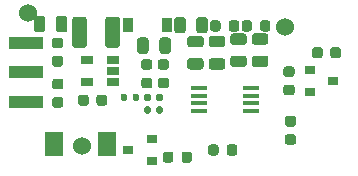
<source format=gbr>
%TF.GenerationSoftware,KiCad,Pcbnew,5.1.9+dfsg1-1*%
%TF.CreationDate,2022-09-15T10:32:19+03:00*%
%TF.ProjectId,SC-STM32L412K8,53432d53-544d-4333-924c-3431324b382e,rev?*%
%TF.SameCoordinates,Original*%
%TF.FileFunction,Soldermask,Bot*%
%TF.FilePolarity,Negative*%
%FSLAX46Y46*%
G04 Gerber Fmt 4.6, Leading zero omitted, Abs format (unit mm)*
G04 Created by KiCad (PCBNEW 5.1.9+dfsg1-1) date 2022-09-15 10:32:19*
%MOMM*%
%LPD*%
G01*
G04 APERTURE LIST*
%ADD10R,1.524000X2.000000*%
%ADD11R,3.000000X1.000000*%
%ADD12R,1.450000X0.450000*%
%ADD13C,1.524000*%
%ADD14R,0.900000X0.800000*%
%ADD15R,1.060000X0.650000*%
%ADD16R,0.900000X1.200000*%
G04 APERTURE END LIST*
D10*
%TO.C,BZ1*%
X38750000Y-65125000D03*
X34250000Y-65125000D03*
%TD*%
%TO.C,R10*%
G36*
G01*
X40435000Y-60990000D02*
X40435000Y-61360000D01*
G75*
G02*
X40300000Y-61495000I-135000J0D01*
G01*
X40030000Y-61495000D01*
G75*
G02*
X39895000Y-61360000I0J135000D01*
G01*
X39895000Y-60990000D01*
G75*
G02*
X40030000Y-60855000I135000J0D01*
G01*
X40300000Y-60855000D01*
G75*
G02*
X40435000Y-60990000I0J-135000D01*
G01*
G37*
G36*
G01*
X41455000Y-60990000D02*
X41455000Y-61360000D01*
G75*
G02*
X41320000Y-61495000I-135000J0D01*
G01*
X41050000Y-61495000D01*
G75*
G02*
X40915000Y-61360000I0J135000D01*
G01*
X40915000Y-60990000D01*
G75*
G02*
X41050000Y-60855000I135000J0D01*
G01*
X41320000Y-60855000D01*
G75*
G02*
X41455000Y-60990000I0J-135000D01*
G01*
G37*
%TD*%
%TO.C,R3*%
G36*
G01*
X42435000Y-60990000D02*
X42435000Y-61360000D01*
G75*
G02*
X42300000Y-61495000I-135000J0D01*
G01*
X42030000Y-61495000D01*
G75*
G02*
X41895000Y-61360000I0J135000D01*
G01*
X41895000Y-60990000D01*
G75*
G02*
X42030000Y-60855000I135000J0D01*
G01*
X42300000Y-60855000D01*
G75*
G02*
X42435000Y-60990000I0J-135000D01*
G01*
G37*
G36*
G01*
X43455000Y-60990000D02*
X43455000Y-61360000D01*
G75*
G02*
X43320000Y-61495000I-135000J0D01*
G01*
X43050000Y-61495000D01*
G75*
G02*
X42915000Y-61360000I0J135000D01*
G01*
X42915000Y-60990000D01*
G75*
G02*
X43050000Y-60855000I135000J0D01*
G01*
X43320000Y-60855000D01*
G75*
G02*
X43455000Y-60990000I0J-135000D01*
G01*
G37*
%TD*%
%TO.C,R17*%
G36*
G01*
X42435000Y-62065000D02*
X42435000Y-62435000D01*
G75*
G02*
X42300000Y-62570000I-135000J0D01*
G01*
X42030000Y-62570000D01*
G75*
G02*
X41895000Y-62435000I0J135000D01*
G01*
X41895000Y-62065000D01*
G75*
G02*
X42030000Y-61930000I135000J0D01*
G01*
X42300000Y-61930000D01*
G75*
G02*
X42435000Y-62065000I0J-135000D01*
G01*
G37*
G36*
G01*
X43455000Y-62065000D02*
X43455000Y-62435000D01*
G75*
G02*
X43320000Y-62570000I-135000J0D01*
G01*
X43050000Y-62570000D01*
G75*
G02*
X42915000Y-62435000I0J135000D01*
G01*
X42915000Y-62065000D01*
G75*
G02*
X43050000Y-61930000I135000J0D01*
G01*
X43320000Y-61930000D01*
G75*
G02*
X43455000Y-62065000I0J-135000D01*
G01*
G37*
%TD*%
%TO.C,C19*%
G36*
G01*
X54525000Y-63650000D02*
X54025000Y-63650000D01*
G75*
G02*
X53800000Y-63425000I0J225000D01*
G01*
X53800000Y-62975000D01*
G75*
G02*
X54025000Y-62750000I225000J0D01*
G01*
X54525000Y-62750000D01*
G75*
G02*
X54750000Y-62975000I0J-225000D01*
G01*
X54750000Y-63425000D01*
G75*
G02*
X54525000Y-63650000I-225000J0D01*
G01*
G37*
G36*
G01*
X54525000Y-65200000D02*
X54025000Y-65200000D01*
G75*
G02*
X53800000Y-64975000I0J225000D01*
G01*
X53800000Y-64525000D01*
G75*
G02*
X54025000Y-64300000I225000J0D01*
G01*
X54525000Y-64300000D01*
G75*
G02*
X54750000Y-64525000I0J-225000D01*
G01*
X54750000Y-64975000D01*
G75*
G02*
X54525000Y-65200000I-225000J0D01*
G01*
G37*
%TD*%
%TO.C,C3*%
G36*
G01*
X37200000Y-61175000D02*
X37200000Y-61675000D01*
G75*
G02*
X36975000Y-61900000I-225000J0D01*
G01*
X36525000Y-61900000D01*
G75*
G02*
X36300000Y-61675000I0J225000D01*
G01*
X36300000Y-61175000D01*
G75*
G02*
X36525000Y-60950000I225000J0D01*
G01*
X36975000Y-60950000D01*
G75*
G02*
X37200000Y-61175000I0J-225000D01*
G01*
G37*
G36*
G01*
X38750000Y-61175000D02*
X38750000Y-61675000D01*
G75*
G02*
X38525000Y-61900000I-225000J0D01*
G01*
X38075000Y-61900000D01*
G75*
G02*
X37850000Y-61675000I0J225000D01*
G01*
X37850000Y-61175000D01*
G75*
G02*
X38075000Y-60950000I225000J0D01*
G01*
X38525000Y-60950000D01*
G75*
G02*
X38750000Y-61175000I0J-225000D01*
G01*
G37*
%TD*%
%TO.C,C1*%
G36*
G01*
X34800000Y-57025000D02*
X34300000Y-57025000D01*
G75*
G02*
X34075000Y-56800000I0J225000D01*
G01*
X34075000Y-56350000D01*
G75*
G02*
X34300000Y-56125000I225000J0D01*
G01*
X34800000Y-56125000D01*
G75*
G02*
X35025000Y-56350000I0J-225000D01*
G01*
X35025000Y-56800000D01*
G75*
G02*
X34800000Y-57025000I-225000J0D01*
G01*
G37*
G36*
G01*
X34800000Y-58575000D02*
X34300000Y-58575000D01*
G75*
G02*
X34075000Y-58350000I0J225000D01*
G01*
X34075000Y-57900000D01*
G75*
G02*
X34300000Y-57675000I225000J0D01*
G01*
X34800000Y-57675000D01*
G75*
G02*
X35025000Y-57900000I0J-225000D01*
G01*
X35025000Y-58350000D01*
G75*
G02*
X34800000Y-58575000I-225000J0D01*
G01*
G37*
%TD*%
%TO.C,C13*%
G36*
G01*
X34825000Y-60500000D02*
X34325000Y-60500000D01*
G75*
G02*
X34100000Y-60275000I0J225000D01*
G01*
X34100000Y-59825000D01*
G75*
G02*
X34325000Y-59600000I225000J0D01*
G01*
X34825000Y-59600000D01*
G75*
G02*
X35050000Y-59825000I0J-225000D01*
G01*
X35050000Y-60275000D01*
G75*
G02*
X34825000Y-60500000I-225000J0D01*
G01*
G37*
G36*
G01*
X34825000Y-62050000D02*
X34325000Y-62050000D01*
G75*
G02*
X34100000Y-61825000I0J225000D01*
G01*
X34100000Y-61375000D01*
G75*
G02*
X34325000Y-61150000I225000J0D01*
G01*
X34825000Y-61150000D01*
G75*
G02*
X35050000Y-61375000I0J-225000D01*
G01*
X35050000Y-61825000D01*
G75*
G02*
X34825000Y-62050000I-225000J0D01*
G01*
G37*
%TD*%
%TO.C,C2*%
G36*
G01*
X53900000Y-60100000D02*
X54400000Y-60100000D01*
G75*
G02*
X54625000Y-60325000I0J-225000D01*
G01*
X54625000Y-60775000D01*
G75*
G02*
X54400000Y-61000000I-225000J0D01*
G01*
X53900000Y-61000000D01*
G75*
G02*
X53675000Y-60775000I0J225000D01*
G01*
X53675000Y-60325000D01*
G75*
G02*
X53900000Y-60100000I225000J0D01*
G01*
G37*
G36*
G01*
X53900000Y-58550000D02*
X54400000Y-58550000D01*
G75*
G02*
X54625000Y-58775000I0J-225000D01*
G01*
X54625000Y-59225000D01*
G75*
G02*
X54400000Y-59450000I-225000J0D01*
G01*
X53900000Y-59450000D01*
G75*
G02*
X53675000Y-59225000I0J225000D01*
G01*
X53675000Y-58775000D01*
G75*
G02*
X53900000Y-58550000I225000J0D01*
G01*
G37*
%TD*%
%TO.C,C15*%
G36*
G01*
X57000000Y-57150000D02*
X57000000Y-57650000D01*
G75*
G02*
X56775000Y-57875000I-225000J0D01*
G01*
X56325000Y-57875000D01*
G75*
G02*
X56100000Y-57650000I0J225000D01*
G01*
X56100000Y-57150000D01*
G75*
G02*
X56325000Y-56925000I225000J0D01*
G01*
X56775000Y-56925000D01*
G75*
G02*
X57000000Y-57150000I0J-225000D01*
G01*
G37*
G36*
G01*
X58550000Y-57150000D02*
X58550000Y-57650000D01*
G75*
G02*
X58325000Y-57875000I-225000J0D01*
G01*
X57875000Y-57875000D01*
G75*
G02*
X57650000Y-57650000I0J225000D01*
G01*
X57650000Y-57150000D01*
G75*
G02*
X57875000Y-56925000I225000J0D01*
G01*
X58325000Y-56925000D01*
G75*
G02*
X58550000Y-57150000I0J-225000D01*
G01*
G37*
%TD*%
D11*
%TO.C,SW1*%
X31906340Y-61552460D03*
X31906340Y-59052460D03*
X31906340Y-56552460D03*
%TD*%
D12*
%TO.C,D3*%
X46542600Y-60391400D03*
X46542600Y-61041400D03*
X46542600Y-61691400D03*
X46542600Y-62341400D03*
X50942600Y-62341400D03*
X50942600Y-61691400D03*
X50942600Y-61041400D03*
X50942600Y-60391400D03*
%TD*%
%TO.C,C14*%
G36*
G01*
X52165570Y-56735560D02*
X51253070Y-56735560D01*
G75*
G02*
X51009320Y-56491810I0J243750D01*
G01*
X51009320Y-56004310D01*
G75*
G02*
X51253070Y-55760560I243750J0D01*
G01*
X52165570Y-55760560D01*
G75*
G02*
X52409320Y-56004310I0J-243750D01*
G01*
X52409320Y-56491810D01*
G75*
G02*
X52165570Y-56735560I-243750J0D01*
G01*
G37*
G36*
G01*
X52165570Y-58610560D02*
X51253070Y-58610560D01*
G75*
G02*
X51009320Y-58366810I0J243750D01*
G01*
X51009320Y-57879310D01*
G75*
G02*
X51253070Y-57635560I243750J0D01*
G01*
X52165570Y-57635560D01*
G75*
G02*
X52409320Y-57879310I0J-243750D01*
G01*
X52409320Y-58366810D01*
G75*
G02*
X52165570Y-58610560I-243750J0D01*
G01*
G37*
%TD*%
%TO.C,C11*%
G36*
G01*
X50331690Y-56735560D02*
X49419190Y-56735560D01*
G75*
G02*
X49175440Y-56491810I0J243750D01*
G01*
X49175440Y-56004310D01*
G75*
G02*
X49419190Y-55760560I243750J0D01*
G01*
X50331690Y-55760560D01*
G75*
G02*
X50575440Y-56004310I0J-243750D01*
G01*
X50575440Y-56491810D01*
G75*
G02*
X50331690Y-56735560I-243750J0D01*
G01*
G37*
G36*
G01*
X50331690Y-58610560D02*
X49419190Y-58610560D01*
G75*
G02*
X49175440Y-58366810I0J243750D01*
G01*
X49175440Y-57879310D01*
G75*
G02*
X49419190Y-57635560I243750J0D01*
G01*
X50331690Y-57635560D01*
G75*
G02*
X50575440Y-57879310I0J-243750D01*
G01*
X50575440Y-58366810D01*
G75*
G02*
X50331690Y-58610560I-243750J0D01*
G01*
G37*
%TD*%
%TO.C,C8*%
G36*
G01*
X46684250Y-56954000D02*
X45771750Y-56954000D01*
G75*
G02*
X45528000Y-56710250I0J243750D01*
G01*
X45528000Y-56222750D01*
G75*
G02*
X45771750Y-55979000I243750J0D01*
G01*
X46684250Y-55979000D01*
G75*
G02*
X46928000Y-56222750I0J-243750D01*
G01*
X46928000Y-56710250D01*
G75*
G02*
X46684250Y-56954000I-243750J0D01*
G01*
G37*
G36*
G01*
X46684250Y-58829000D02*
X45771750Y-58829000D01*
G75*
G02*
X45528000Y-58585250I0J243750D01*
G01*
X45528000Y-58097750D01*
G75*
G02*
X45771750Y-57854000I243750J0D01*
G01*
X46684250Y-57854000D01*
G75*
G02*
X46928000Y-58097750I0J-243750D01*
G01*
X46928000Y-58585250D01*
G75*
G02*
X46684250Y-58829000I-243750J0D01*
G01*
G37*
%TD*%
%TO.C,C7*%
G36*
G01*
X43172800Y-57250650D02*
X43172800Y-56338150D01*
G75*
G02*
X43416550Y-56094400I243750J0D01*
G01*
X43904050Y-56094400D01*
G75*
G02*
X44147800Y-56338150I0J-243750D01*
G01*
X44147800Y-57250650D01*
G75*
G02*
X43904050Y-57494400I-243750J0D01*
G01*
X43416550Y-57494400D01*
G75*
G02*
X43172800Y-57250650I0J243750D01*
G01*
G37*
G36*
G01*
X41297800Y-57250650D02*
X41297800Y-56338150D01*
G75*
G02*
X41541550Y-56094400I243750J0D01*
G01*
X42029050Y-56094400D01*
G75*
G02*
X42272800Y-56338150I0J-243750D01*
G01*
X42272800Y-57250650D01*
G75*
G02*
X42029050Y-57494400I-243750J0D01*
G01*
X41541550Y-57494400D01*
G75*
G02*
X41297800Y-57250650I0J243750D01*
G01*
G37*
%TD*%
%TO.C,C6*%
G36*
G01*
X48513050Y-56954000D02*
X47600550Y-56954000D01*
G75*
G02*
X47356800Y-56710250I0J243750D01*
G01*
X47356800Y-56222750D01*
G75*
G02*
X47600550Y-55979000I243750J0D01*
G01*
X48513050Y-55979000D01*
G75*
G02*
X48756800Y-56222750I0J-243750D01*
G01*
X48756800Y-56710250D01*
G75*
G02*
X48513050Y-56954000I-243750J0D01*
G01*
G37*
G36*
G01*
X48513050Y-58829000D02*
X47600550Y-58829000D01*
G75*
G02*
X47356800Y-58585250I0J243750D01*
G01*
X47356800Y-58097750D01*
G75*
G02*
X47600550Y-57854000I243750J0D01*
G01*
X48513050Y-57854000D01*
G75*
G02*
X48756800Y-58097750I0J-243750D01*
G01*
X48756800Y-58585250D01*
G75*
G02*
X48513050Y-58829000I-243750J0D01*
G01*
G37*
%TD*%
%TO.C,R19*%
G36*
G01*
X48889400Y-65889850D02*
X48889400Y-65377350D01*
G75*
G02*
X49108150Y-65158600I218750J0D01*
G01*
X49545650Y-65158600D01*
G75*
G02*
X49764400Y-65377350I0J-218750D01*
G01*
X49764400Y-65889850D01*
G75*
G02*
X49545650Y-66108600I-218750J0D01*
G01*
X49108150Y-66108600D01*
G75*
G02*
X48889400Y-65889850I0J218750D01*
G01*
G37*
G36*
G01*
X47314400Y-65889850D02*
X47314400Y-65377350D01*
G75*
G02*
X47533150Y-65158600I218750J0D01*
G01*
X47970650Y-65158600D01*
G75*
G02*
X48189400Y-65377350I0J-218750D01*
G01*
X48189400Y-65889850D01*
G75*
G02*
X47970650Y-66108600I-218750J0D01*
G01*
X47533150Y-66108600D01*
G75*
G02*
X47314400Y-65889850I0J218750D01*
G01*
G37*
%TD*%
D13*
%TO.C,J13*%
X32080200Y-54000400D03*
%TD*%
%TO.C,R15*%
G36*
G01*
X44354000Y-65986950D02*
X44354000Y-66499450D01*
G75*
G02*
X44135250Y-66718200I-218750J0D01*
G01*
X43697750Y-66718200D01*
G75*
G02*
X43479000Y-66499450I0J218750D01*
G01*
X43479000Y-65986950D01*
G75*
G02*
X43697750Y-65768200I218750J0D01*
G01*
X44135250Y-65768200D01*
G75*
G02*
X44354000Y-65986950I0J-218750D01*
G01*
G37*
G36*
G01*
X45929000Y-65986950D02*
X45929000Y-66499450D01*
G75*
G02*
X45710250Y-66718200I-218750J0D01*
G01*
X45272750Y-66718200D01*
G75*
G02*
X45054000Y-66499450I0J218750D01*
G01*
X45054000Y-65986950D01*
G75*
G02*
X45272750Y-65768200I218750J0D01*
G01*
X45710250Y-65768200D01*
G75*
G02*
X45929000Y-65986950I0J-218750D01*
G01*
G37*
%TD*%
D14*
%TO.C,Q2*%
X40550000Y-65650000D03*
X42550000Y-66600000D03*
X42550000Y-64700000D03*
%TD*%
D13*
%TO.C,J11*%
X36625000Y-65325000D03*
%TD*%
D14*
%TO.C,U5*%
X57896000Y-59817000D03*
X55896000Y-58867000D03*
X55896000Y-60767000D03*
%TD*%
D13*
%TO.C,J2*%
X53784500Y-55199280D03*
%TD*%
D15*
%TO.C,U2*%
X37073660Y-58011020D03*
X37073660Y-59911020D03*
X39273660Y-59911020D03*
X39273660Y-58961020D03*
X39273660Y-58011020D03*
%TD*%
%TO.C,R13*%
G36*
G01*
X51008800Y-54871910D02*
X51008800Y-55384410D01*
G75*
G02*
X50790050Y-55603160I-218750J0D01*
G01*
X50352550Y-55603160D01*
G75*
G02*
X50133800Y-55384410I0J218750D01*
G01*
X50133800Y-54871910D01*
G75*
G02*
X50352550Y-54653160I218750J0D01*
G01*
X50790050Y-54653160D01*
G75*
G02*
X51008800Y-54871910I0J-218750D01*
G01*
G37*
G36*
G01*
X52583800Y-54871910D02*
X52583800Y-55384410D01*
G75*
G02*
X52365050Y-55603160I-218750J0D01*
G01*
X51927550Y-55603160D01*
G75*
G02*
X51708800Y-55384410I0J218750D01*
G01*
X51708800Y-54871910D01*
G75*
G02*
X51927550Y-54653160I218750J0D01*
G01*
X52365050Y-54653160D01*
G75*
G02*
X52583800Y-54871910I0J-218750D01*
G01*
G37*
%TD*%
%TO.C,R11*%
G36*
G01*
X48357040Y-54871910D02*
X48357040Y-55384410D01*
G75*
G02*
X48138290Y-55603160I-218750J0D01*
G01*
X47700790Y-55603160D01*
G75*
G02*
X47482040Y-55384410I0J218750D01*
G01*
X47482040Y-54871910D01*
G75*
G02*
X47700790Y-54653160I218750J0D01*
G01*
X48138290Y-54653160D01*
G75*
G02*
X48357040Y-54871910I0J-218750D01*
G01*
G37*
G36*
G01*
X49932040Y-54871910D02*
X49932040Y-55384410D01*
G75*
G02*
X49713290Y-55603160I-218750J0D01*
G01*
X49275790Y-55603160D01*
G75*
G02*
X49057040Y-55384410I0J218750D01*
G01*
X49057040Y-54871910D01*
G75*
G02*
X49275790Y-54653160I218750J0D01*
G01*
X49713290Y-54653160D01*
G75*
G02*
X49932040Y-54871910I0J-218750D01*
G01*
G37*
%TD*%
%TO.C,R5*%
G36*
G01*
X43266650Y-59532000D02*
X43779150Y-59532000D01*
G75*
G02*
X43997900Y-59750750I0J-218750D01*
G01*
X43997900Y-60188250D01*
G75*
G02*
X43779150Y-60407000I-218750J0D01*
G01*
X43266650Y-60407000D01*
G75*
G02*
X43047900Y-60188250I0J218750D01*
G01*
X43047900Y-59750750D01*
G75*
G02*
X43266650Y-59532000I218750J0D01*
G01*
G37*
G36*
G01*
X43266650Y-57957000D02*
X43779150Y-57957000D01*
G75*
G02*
X43997900Y-58175750I0J-218750D01*
G01*
X43997900Y-58613250D01*
G75*
G02*
X43779150Y-58832000I-218750J0D01*
G01*
X43266650Y-58832000D01*
G75*
G02*
X43047900Y-58613250I0J218750D01*
G01*
X43047900Y-58175750D01*
G75*
G02*
X43266650Y-57957000I218750J0D01*
G01*
G37*
%TD*%
%TO.C,L3*%
G36*
G01*
X46302080Y-55523450D02*
X46302080Y-54610950D01*
G75*
G02*
X46545830Y-54367200I243750J0D01*
G01*
X47033330Y-54367200D01*
G75*
G02*
X47277080Y-54610950I0J-243750D01*
G01*
X47277080Y-55523450D01*
G75*
G02*
X47033330Y-55767200I-243750J0D01*
G01*
X46545830Y-55767200D01*
G75*
G02*
X46302080Y-55523450I0J243750D01*
G01*
G37*
G36*
G01*
X44427080Y-55523450D02*
X44427080Y-54610950D01*
G75*
G02*
X44670830Y-54367200I243750J0D01*
G01*
X45158330Y-54367200D01*
G75*
G02*
X45402080Y-54610950I0J-243750D01*
G01*
X45402080Y-55523450D01*
G75*
G02*
X45158330Y-55767200I-243750J0D01*
G01*
X44670830Y-55767200D01*
G75*
G02*
X44427080Y-55523450I0J243750D01*
G01*
G37*
%TD*%
%TO.C,L2*%
G36*
G01*
X38598140Y-56754340D02*
X38598140Y-54604340D01*
G75*
G02*
X38848140Y-54354340I250000J0D01*
G01*
X39598140Y-54354340D01*
G75*
G02*
X39848140Y-54604340I0J-250000D01*
G01*
X39848140Y-56754340D01*
G75*
G02*
X39598140Y-57004340I-250000J0D01*
G01*
X38848140Y-57004340D01*
G75*
G02*
X38598140Y-56754340I0J250000D01*
G01*
G37*
G36*
G01*
X35798140Y-56754340D02*
X35798140Y-54604340D01*
G75*
G02*
X36048140Y-54354340I250000J0D01*
G01*
X36798140Y-54354340D01*
G75*
G02*
X37048140Y-54604340I0J-250000D01*
G01*
X37048140Y-56754340D01*
G75*
G02*
X36798140Y-57004340I-250000J0D01*
G01*
X36048140Y-57004340D01*
G75*
G02*
X35798140Y-56754340I0J250000D01*
G01*
G37*
%TD*%
%TO.C,L1*%
G36*
G01*
X34417420Y-55429470D02*
X34417420Y-54516970D01*
G75*
G02*
X34661170Y-54273220I243750J0D01*
G01*
X35148670Y-54273220D01*
G75*
G02*
X35392420Y-54516970I0J-243750D01*
G01*
X35392420Y-55429470D01*
G75*
G02*
X35148670Y-55673220I-243750J0D01*
G01*
X34661170Y-55673220D01*
G75*
G02*
X34417420Y-55429470I0J243750D01*
G01*
G37*
G36*
G01*
X32542420Y-55429470D02*
X32542420Y-54516970D01*
G75*
G02*
X32786170Y-54273220I243750J0D01*
G01*
X33273670Y-54273220D01*
G75*
G02*
X33517420Y-54516970I0J-243750D01*
G01*
X33517420Y-55429470D01*
G75*
G02*
X33273670Y-55673220I-243750J0D01*
G01*
X32786170Y-55673220D01*
G75*
G02*
X32542420Y-55429470I0J243750D01*
G01*
G37*
%TD*%
D16*
%TO.C,D2*%
X40498760Y-55051960D03*
X43798760Y-55051960D03*
%TD*%
%TO.C,C5*%
G36*
G01*
X41856950Y-59532000D02*
X42369450Y-59532000D01*
G75*
G02*
X42588200Y-59750750I0J-218750D01*
G01*
X42588200Y-60188250D01*
G75*
G02*
X42369450Y-60407000I-218750J0D01*
G01*
X41856950Y-60407000D01*
G75*
G02*
X41638200Y-60188250I0J218750D01*
G01*
X41638200Y-59750750D01*
G75*
G02*
X41856950Y-59532000I218750J0D01*
G01*
G37*
G36*
G01*
X41856950Y-57957000D02*
X42369450Y-57957000D01*
G75*
G02*
X42588200Y-58175750I0J-218750D01*
G01*
X42588200Y-58613250D01*
G75*
G02*
X42369450Y-58832000I-218750J0D01*
G01*
X41856950Y-58832000D01*
G75*
G02*
X41638200Y-58613250I0J218750D01*
G01*
X41638200Y-58175750D01*
G75*
G02*
X41856950Y-57957000I218750J0D01*
G01*
G37*
%TD*%
M02*

</source>
